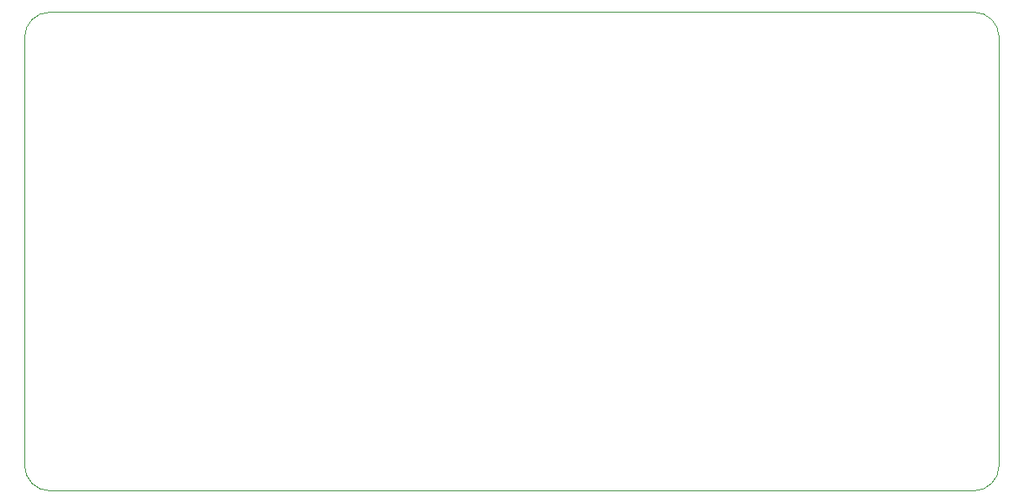
<source format=gm1>
%TF.GenerationSoftware,KiCad,Pcbnew,9.0.0*%
%TF.CreationDate,2025-03-09T14:02:56-07:00*%
%TF.ProjectId,tag,7461672e-6b69-4636-9164-5f7063625858,v0.1*%
%TF.SameCoordinates,Original*%
%TF.FileFunction,Profile,NP*%
%FSLAX46Y46*%
G04 Gerber Fmt 4.6, Leading zero omitted, Abs format (unit mm)*
G04 Created by KiCad (PCBNEW 9.0.0) date 2025-03-09 14:02:56*
%MOMM*%
%LPD*%
G01*
G04 APERTURE LIST*
%TA.AperFunction,Profile*%
%ADD10C,0.050000*%
%TD*%
G04 APERTURE END LIST*
D10*
X15025000Y-17780000D02*
G75*
G02*
X17565000Y-15240000I2540000J0D01*
G01*
X17565000Y-15240000D02*
X110705000Y-15240000D01*
X113245000Y-60960000D02*
G75*
G02*
X110705000Y-63500000I-2540000J0D01*
G01*
X113245000Y-17780000D02*
X113245000Y-60960000D01*
X17565000Y-63500000D02*
G75*
G02*
X15025000Y-60960000I0J2540000D01*
G01*
X110705000Y-15240000D02*
G75*
G02*
X113245000Y-17780000I0J-2540000D01*
G01*
X110705000Y-63500000D02*
X17565000Y-63500000D01*
X15025000Y-60960000D02*
X15025000Y-17780000D01*
M02*

</source>
